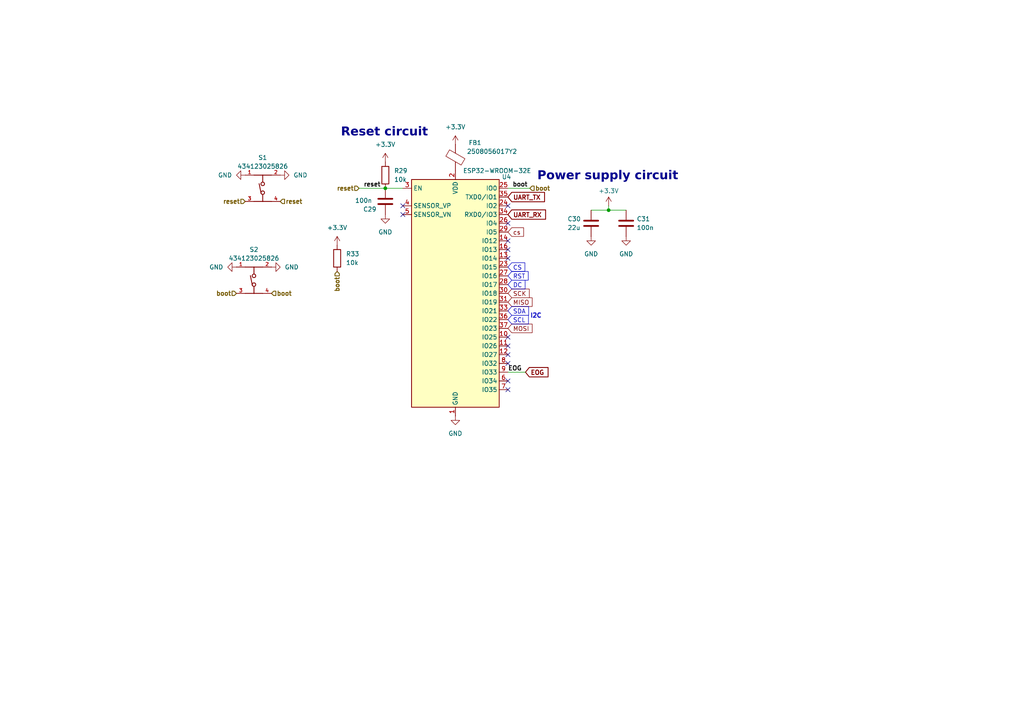
<source format=kicad_sch>
(kicad_sch
	(version 20231120)
	(generator "eeschema")
	(generator_version "8.0")
	(uuid "04ccfeea-cd00-45d1-8383-4306c87e1a8e")
	(paper "A4")
	(lib_symbols
		(symbol "434123025826:434123025826"
			(pin_names
				(offset 1.016)
			)
			(exclude_from_sim no)
			(in_bom yes)
			(on_board yes)
			(property "Reference" "S"
				(at 0 5.842 0)
				(effects
					(font
						(size 1.27 1.27)
					)
					(justify bottom)
				)
			)
			(property "Value" "434123025826"
				(at 0 0 0)
				(effects
					(font
						(size 1.27 1.27)
					)
					(justify bottom)
					(hide yes)
				)
			)
			(property "Footprint" "434123025826:434123025826"
				(at 0 0 0)
				(effects
					(font
						(size 1.27 1.27)
					)
					(justify bottom)
					(hide yes)
				)
			)
			(property "Datasheet" ""
				(at 0 0 0)
				(effects
					(font
						(size 1.27 1.27)
					)
					(hide yes)
				)
			)
			(property "Description" ""
				(at 0 0 0)
				(effects
					(font
						(size 1.27 1.27)
					)
					(hide yes)
				)
			)
			(property "MF" "Würth Elektronik"
				(at 0 0 0)
				(effects
					(font
						(size 1.27 1.27)
					)
					(justify bottom)
					(hide yes)
				)
			)
			(property "Description_1" "\n                        \n                            Tactile Switch SPST-NO Top Actuated Surface Mount\n                        \n"
				(at 0 0 0)
				(effects
					(font
						(size 1.27 1.27)
					)
					(justify bottom)
					(hide yes)
				)
			)
			(property "Package" "None"
				(at 0 0 0)
				(effects
					(font
						(size 1.27 1.27)
					)
					(justify bottom)
					(hide yes)
				)
			)
			(property "Price" "None"
				(at 0 0 0)
				(effects
					(font
						(size 1.27 1.27)
					)
					(justify bottom)
					(hide yes)
				)
			)
			(property "HEIGHT" "2.5mm"
				(at 0 0 0)
				(effects
					(font
						(size 1.27 1.27)
					)
					(justify bottom)
					(hide yes)
				)
			)
			(property "SnapEDA_Link" "https://www.snapeda.com/parts/434123025826/W%25C3%25BCrth+Elektronik+Midcom/view-part/?ref=snap"
				(at 0 0 0)
				(effects
					(font
						(size 1.27 1.27)
					)
					(justify bottom)
					(hide yes)
				)
			)
			(property "DATASHEET-URL" "https://www.we-online.com/redexpert/spec/434123025826?ae"
				(at 0 0 0)
				(effects
					(font
						(size 1.27 1.27)
					)
					(justify bottom)
					(hide yes)
				)
			)
			(property "MP" "434123025826"
				(at 0 0 0)
				(effects
					(font
						(size 1.27 1.27)
					)
					(justify bottom)
					(hide yes)
				)
			)
			(property "PART-NUMBER" "434123025826"
				(at 0 0 0)
				(effects
					(font
						(size 1.27 1.27)
					)
					(justify bottom)
					(hide yes)
				)
			)
			(property "OPERATION-FORCE" "260g"
				(at 0 0 0)
				(effects
					(font
						(size 1.27 1.27)
					)
					(justify bottom)
					(hide yes)
				)
			)
			(property "QTY" "2900"
				(at 0 0 0)
				(effects
					(font
						(size 1.27 1.27)
					)
					(justify bottom)
					(hide yes)
				)
			)
			(property "Availability" "In Stock"
				(at 0 0 0)
				(effects
					(font
						(size 1.27 1.27)
					)
					(justify bottom)
					(hide yes)
				)
			)
			(property "Check_prices" "https://www.snapeda.com/parts/434123025826/W%25C3%25BCrth+Elektronik+Midcom/view-part/?ref=eda"
				(at 0 0 0)
				(effects
					(font
						(size 1.27 1.27)
					)
					(justify bottom)
					(hide yes)
				)
			)
			(symbol "434123025826_0_0"
				(polyline
					(pts
						(xy -2.54 -2.54) (xy 0 -2.54)
					)
					(stroke
						(width 0.254)
						(type default)
					)
					(fill
						(type none)
					)
				)
				(polyline
					(pts
						(xy -2.54 5.08) (xy 0 5.08)
					)
					(stroke
						(width 0.254)
						(type default)
					)
					(fill
						(type none)
					)
				)
				(polyline
					(pts
						(xy -0.47 -0.2) (xy -1.04 2.61)
					)
					(stroke
						(width 0.254)
						(type default)
					)
					(fill
						(type none)
					)
				)
				(polyline
					(pts
						(xy 0 -2.54) (xy 2.54 -2.54)
					)
					(stroke
						(width 0.254)
						(type default)
					)
					(fill
						(type none)
					)
				)
				(polyline
					(pts
						(xy 0 -0.535) (xy 0 -2.54)
					)
					(stroke
						(width 0.254)
						(type default)
					)
					(fill
						(type none)
					)
				)
				(polyline
					(pts
						(xy 0 3.075) (xy 0 5.08)
					)
					(stroke
						(width 0.254)
						(type default)
					)
					(fill
						(type none)
					)
				)
				(polyline
					(pts
						(xy 0 5.08) (xy 2.54 5.08)
					)
					(stroke
						(width 0.254)
						(type default)
					)
					(fill
						(type none)
					)
				)
				(circle
					(center 0 0)
					(radius 0.508)
					(stroke
						(width 0.254)
						(type default)
					)
					(fill
						(type none)
					)
				)
				(circle
					(center 0 2.54)
					(radius 0.508)
					(stroke
						(width 0.254)
						(type default)
					)
					(fill
						(type none)
					)
				)
				(pin passive line
					(at -5.08 5.08 0)
					(length 2.54)
					(name "~"
						(effects
							(font
								(size 1.016 1.016)
							)
						)
					)
					(number "1"
						(effects
							(font
								(size 1.016 1.016)
							)
						)
					)
				)
				(pin passive line
					(at 5.08 5.08 180)
					(length 2.54)
					(name "~"
						(effects
							(font
								(size 1.016 1.016)
							)
						)
					)
					(number "2"
						(effects
							(font
								(size 1.016 1.016)
							)
						)
					)
				)
				(pin passive line
					(at -5.08 -2.54 0)
					(length 2.54)
					(name "~"
						(effects
							(font
								(size 1.016 1.016)
							)
						)
					)
					(number "3"
						(effects
							(font
								(size 1.016 1.016)
							)
						)
					)
				)
				(pin passive line
					(at 5.08 -2.54 180)
					(length 2.54)
					(name "~"
						(effects
							(font
								(size 1.016 1.016)
							)
						)
					)
					(number "4"
						(effects
							(font
								(size 1.016 1.016)
							)
						)
					)
				)
			)
		)
		(symbol "Device:C"
			(pin_numbers hide)
			(pin_names
				(offset 0.254)
			)
			(exclude_from_sim no)
			(in_bom yes)
			(on_board yes)
			(property "Reference" "C"
				(at 0.635 2.54 0)
				(effects
					(font
						(size 1.27 1.27)
					)
					(justify left)
				)
			)
			(property "Value" "C"
				(at 0.635 -2.54 0)
				(effects
					(font
						(size 1.27 1.27)
					)
					(justify left)
				)
			)
			(property "Footprint" ""
				(at 0.9652 -3.81 0)
				(effects
					(font
						(size 1.27 1.27)
					)
					(hide yes)
				)
			)
			(property "Datasheet" "~"
				(at 0 0 0)
				(effects
					(font
						(size 1.27 1.27)
					)
					(hide yes)
				)
			)
			(property "Description" "Unpolarized capacitor"
				(at 0 0 0)
				(effects
					(font
						(size 1.27 1.27)
					)
					(hide yes)
				)
			)
			(property "ki_keywords" "cap capacitor"
				(at 0 0 0)
				(effects
					(font
						(size 1.27 1.27)
					)
					(hide yes)
				)
			)
			(property "ki_fp_filters" "C_*"
				(at 0 0 0)
				(effects
					(font
						(size 1.27 1.27)
					)
					(hide yes)
				)
			)
			(symbol "C_0_1"
				(polyline
					(pts
						(xy -2.032 -0.762) (xy 2.032 -0.762)
					)
					(stroke
						(width 0.508)
						(type default)
					)
					(fill
						(type none)
					)
				)
				(polyline
					(pts
						(xy -2.032 0.762) (xy 2.032 0.762)
					)
					(stroke
						(width 0.508)
						(type default)
					)
					(fill
						(type none)
					)
				)
			)
			(symbol "C_1_1"
				(pin passive line
					(at 0 3.81 270)
					(length 2.794)
					(name "~"
						(effects
							(font
								(size 1.27 1.27)
							)
						)
					)
					(number "1"
						(effects
							(font
								(size 1.27 1.27)
							)
						)
					)
				)
				(pin passive line
					(at 0 -3.81 90)
					(length 2.794)
					(name "~"
						(effects
							(font
								(size 1.27 1.27)
							)
						)
					)
					(number "2"
						(effects
							(font
								(size 1.27 1.27)
							)
						)
					)
				)
			)
		)
		(symbol "Device:FerriteBead"
			(pin_numbers hide)
			(pin_names
				(offset 0)
			)
			(exclude_from_sim no)
			(in_bom yes)
			(on_board yes)
			(property "Reference" "FB"
				(at -3.81 0.635 90)
				(effects
					(font
						(size 1.27 1.27)
					)
				)
			)
			(property "Value" "FerriteBead"
				(at 3.81 0 90)
				(effects
					(font
						(size 1.27 1.27)
					)
				)
			)
			(property "Footprint" ""
				(at -1.778 0 90)
				(effects
					(font
						(size 1.27 1.27)
					)
					(hide yes)
				)
			)
			(property "Datasheet" "~"
				(at 0 0 0)
				(effects
					(font
						(size 1.27 1.27)
					)
					(hide yes)
				)
			)
			(property "Description" "Ferrite bead"
				(at 0 0 0)
				(effects
					(font
						(size 1.27 1.27)
					)
					(hide yes)
				)
			)
			(property "ki_keywords" "L ferrite bead inductor filter"
				(at 0 0 0)
				(effects
					(font
						(size 1.27 1.27)
					)
					(hide yes)
				)
			)
			(property "ki_fp_filters" "Inductor_* L_* *Ferrite*"
				(at 0 0 0)
				(effects
					(font
						(size 1.27 1.27)
					)
					(hide yes)
				)
			)
			(symbol "FerriteBead_0_1"
				(polyline
					(pts
						(xy 0 -1.27) (xy 0 -1.2192)
					)
					(stroke
						(width 0)
						(type default)
					)
					(fill
						(type none)
					)
				)
				(polyline
					(pts
						(xy 0 1.27) (xy 0 1.2954)
					)
					(stroke
						(width 0)
						(type default)
					)
					(fill
						(type none)
					)
				)
				(polyline
					(pts
						(xy -2.7686 0.4064) (xy -1.7018 2.2606) (xy 2.7686 -0.3048) (xy 1.6764 -2.159) (xy -2.7686 0.4064)
					)
					(stroke
						(width 0)
						(type default)
					)
					(fill
						(type none)
					)
				)
			)
			(symbol "FerriteBead_1_1"
				(pin passive line
					(at 0 3.81 270)
					(length 2.54)
					(name "~"
						(effects
							(font
								(size 1.27 1.27)
							)
						)
					)
					(number "1"
						(effects
							(font
								(size 1.27 1.27)
							)
						)
					)
				)
				(pin passive line
					(at 0 -3.81 90)
					(length 2.54)
					(name "~"
						(effects
							(font
								(size 1.27 1.27)
							)
						)
					)
					(number "2"
						(effects
							(font
								(size 1.27 1.27)
							)
						)
					)
				)
			)
		)
		(symbol "Device:R"
			(pin_numbers hide)
			(pin_names
				(offset 0)
			)
			(exclude_from_sim no)
			(in_bom yes)
			(on_board yes)
			(property "Reference" "R"
				(at 2.032 0 90)
				(effects
					(font
						(size 1.27 1.27)
					)
				)
			)
			(property "Value" "R"
				(at 0 0 90)
				(effects
					(font
						(size 1.27 1.27)
					)
				)
			)
			(property "Footprint" ""
				(at -1.778 0 90)
				(effects
					(font
						(size 1.27 1.27)
					)
					(hide yes)
				)
			)
			(property "Datasheet" "~"
				(at 0 0 0)
				(effects
					(font
						(size 1.27 1.27)
					)
					(hide yes)
				)
			)
			(property "Description" "Resistor"
				(at 0 0 0)
				(effects
					(font
						(size 1.27 1.27)
					)
					(hide yes)
				)
			)
			(property "ki_keywords" "R res resistor"
				(at 0 0 0)
				(effects
					(font
						(size 1.27 1.27)
					)
					(hide yes)
				)
			)
			(property "ki_fp_filters" "R_*"
				(at 0 0 0)
				(effects
					(font
						(size 1.27 1.27)
					)
					(hide yes)
				)
			)
			(symbol "R_0_1"
				(rectangle
					(start -1.016 -2.54)
					(end 1.016 2.54)
					(stroke
						(width 0.254)
						(type default)
					)
					(fill
						(type none)
					)
				)
			)
			(symbol "R_1_1"
				(pin passive line
					(at 0 3.81 270)
					(length 1.27)
					(name "~"
						(effects
							(font
								(size 1.27 1.27)
							)
						)
					)
					(number "1"
						(effects
							(font
								(size 1.27 1.27)
							)
						)
					)
				)
				(pin passive line
					(at 0 -3.81 90)
					(length 1.27)
					(name "~"
						(effects
							(font
								(size 1.27 1.27)
							)
						)
					)
					(number "2"
						(effects
							(font
								(size 1.27 1.27)
							)
						)
					)
				)
			)
		)
		(symbol "RF_Module:ESP32-WROOM-32E"
			(exclude_from_sim no)
			(in_bom yes)
			(on_board yes)
			(property "Reference" "U"
				(at -12.7 34.29 0)
				(effects
					(font
						(size 1.27 1.27)
					)
					(justify left)
				)
			)
			(property "Value" "ESP32-WROOM-32E"
				(at 1.27 34.29 0)
				(effects
					(font
						(size 1.27 1.27)
					)
					(justify left)
				)
			)
			(property "Footprint" "RF_Module:ESP32-WROOM-32D"
				(at 16.51 -34.29 0)
				(effects
					(font
						(size 1.27 1.27)
					)
					(hide yes)
				)
			)
			(property "Datasheet" "https://www.espressif.com/sites/default/files/documentation/esp32-wroom-32e_esp32-wroom-32ue_datasheet_en.pdf"
				(at 0 0 0)
				(effects
					(font
						(size 1.27 1.27)
					)
					(hide yes)
				)
			)
			(property "Description" "RF Module, ESP32-D0WD-V3 SoC, without PSRAM, Wi-Fi 802.11b/g/n, Bluetooth, BLE, 32-bit, 2.7-3.6V, onboard antenna, SMD"
				(at 0 0 0)
				(effects
					(font
						(size 1.27 1.27)
					)
					(hide yes)
				)
			)
			(property "ki_keywords" "RF Radio BT ESP ESP32 Espressif onboard PCB antenna"
				(at 0 0 0)
				(effects
					(font
						(size 1.27 1.27)
					)
					(hide yes)
				)
			)
			(property "ki_fp_filters" "ESP32?WROOM?32D*"
				(at 0 0 0)
				(effects
					(font
						(size 1.27 1.27)
					)
					(hide yes)
				)
			)
			(symbol "ESP32-WROOM-32E_0_1"
				(rectangle
					(start -12.7 33.02)
					(end 12.7 -33.02)
					(stroke
						(width 0.254)
						(type default)
					)
					(fill
						(type background)
					)
				)
			)
			(symbol "ESP32-WROOM-32E_1_1"
				(pin power_in line
					(at 0 -35.56 90)
					(length 2.54)
					(name "GND"
						(effects
							(font
								(size 1.27 1.27)
							)
						)
					)
					(number "1"
						(effects
							(font
								(size 1.27 1.27)
							)
						)
					)
				)
				(pin bidirectional line
					(at 15.24 -12.7 180)
					(length 2.54)
					(name "IO25"
						(effects
							(font
								(size 1.27 1.27)
							)
						)
					)
					(number "10"
						(effects
							(font
								(size 1.27 1.27)
							)
						)
					)
				)
				(pin bidirectional line
					(at 15.24 -15.24 180)
					(length 2.54)
					(name "IO26"
						(effects
							(font
								(size 1.27 1.27)
							)
						)
					)
					(number "11"
						(effects
							(font
								(size 1.27 1.27)
							)
						)
					)
				)
				(pin bidirectional line
					(at 15.24 -17.78 180)
					(length 2.54)
					(name "IO27"
						(effects
							(font
								(size 1.27 1.27)
							)
						)
					)
					(number "12"
						(effects
							(font
								(size 1.27 1.27)
							)
						)
					)
				)
				(pin bidirectional line
					(at 15.24 10.16 180)
					(length 2.54)
					(name "IO14"
						(effects
							(font
								(size 1.27 1.27)
							)
						)
					)
					(number "13"
						(effects
							(font
								(size 1.27 1.27)
							)
						)
					)
				)
				(pin bidirectional line
					(at 15.24 15.24 180)
					(length 2.54)
					(name "IO12"
						(effects
							(font
								(size 1.27 1.27)
							)
						)
					)
					(number "14"
						(effects
							(font
								(size 1.27 1.27)
							)
						)
					)
				)
				(pin passive line
					(at 0 -35.56 90)
					(length 2.54) hide
					(name "GND"
						(effects
							(font
								(size 1.27 1.27)
							)
						)
					)
					(number "15"
						(effects
							(font
								(size 1.27 1.27)
							)
						)
					)
				)
				(pin bidirectional line
					(at 15.24 12.7 180)
					(length 2.54)
					(name "IO13"
						(effects
							(font
								(size 1.27 1.27)
							)
						)
					)
					(number "16"
						(effects
							(font
								(size 1.27 1.27)
							)
						)
					)
				)
				(pin no_connect line
					(at -12.7 -5.08 0)
					(length 2.54) hide
					(name "NC"
						(effects
							(font
								(size 1.27 1.27)
							)
						)
					)
					(number "17"
						(effects
							(font
								(size 1.27 1.27)
							)
						)
					)
				)
				(pin no_connect line
					(at -12.7 -7.62 0)
					(length 2.54) hide
					(name "NC"
						(effects
							(font
								(size 1.27 1.27)
							)
						)
					)
					(number "18"
						(effects
							(font
								(size 1.27 1.27)
							)
						)
					)
				)
				(pin no_connect line
					(at -12.7 -12.7 0)
					(length 2.54) hide
					(name "NC"
						(effects
							(font
								(size 1.27 1.27)
							)
						)
					)
					(number "19"
						(effects
							(font
								(size 1.27 1.27)
							)
						)
					)
				)
				(pin power_in line
					(at 0 35.56 270)
					(length 2.54)
					(name "VDD"
						(effects
							(font
								(size 1.27 1.27)
							)
						)
					)
					(number "2"
						(effects
							(font
								(size 1.27 1.27)
							)
						)
					)
				)
				(pin no_connect line
					(at -12.7 -10.16 0)
					(length 2.54) hide
					(name "NC"
						(effects
							(font
								(size 1.27 1.27)
							)
						)
					)
					(number "20"
						(effects
							(font
								(size 1.27 1.27)
							)
						)
					)
				)
				(pin no_connect line
					(at -12.7 0 0)
					(length 2.54) hide
					(name "NC"
						(effects
							(font
								(size 1.27 1.27)
							)
						)
					)
					(number "21"
						(effects
							(font
								(size 1.27 1.27)
							)
						)
					)
				)
				(pin no_connect line
					(at -12.7 -2.54 0)
					(length 2.54) hide
					(name "NC"
						(effects
							(font
								(size 1.27 1.27)
							)
						)
					)
					(number "22"
						(effects
							(font
								(size 1.27 1.27)
							)
						)
					)
				)
				(pin bidirectional line
					(at 15.24 7.62 180)
					(length 2.54)
					(name "IO15"
						(effects
							(font
								(size 1.27 1.27)
							)
						)
					)
					(number "23"
						(effects
							(font
								(size 1.27 1.27)
							)
						)
					)
				)
				(pin bidirectional line
					(at 15.24 25.4 180)
					(length 2.54)
					(name "IO2"
						(effects
							(font
								(size 1.27 1.27)
							)
						)
					)
					(number "24"
						(effects
							(font
								(size 1.27 1.27)
							)
						)
					)
				)
				(pin bidirectional line
					(at 15.24 30.48 180)
					(length 2.54)
					(name "IO0"
						(effects
							(font
								(size 1.27 1.27)
							)
						)
					)
					(number "25"
						(effects
							(font
								(size 1.27 1.27)
							)
						)
					)
				)
				(pin bidirectional line
					(at 15.24 20.32 180)
					(length 2.54)
					(name "IO4"
						(effects
							(font
								(size 1.27 1.27)
							)
						)
					)
					(number "26"
						(effects
							(font
								(size 1.27 1.27)
							)
						)
					)
				)
				(pin bidirectional line
					(at 15.24 5.08 180)
					(length 2.54)
					(name "IO16"
						(effects
							(font
								(size 1.27 1.27)
							)
						)
					)
					(number "27"
						(effects
							(font
								(size 1.27 1.27)
							)
						)
					)
				)
				(pin bidirectional line
					(at 15.24 2.54 180)
					(length 2.54)
					(name "IO17"
						(effects
							(font
								(size 1.27 1.27)
							)
						)
					)
					(number "28"
						(effects
							(font
								(size 1.27 1.27)
							)
						)
					)
				)
				(pin bidirectional line
					(at 15.24 17.78 180)
					(length 2.54)
					(name "IO5"
						(effects
							(font
								(size 1.27 1.27)
							)
						)
					)
					(number "29"
						(effects
							(font
								(size 1.27 1.27)
							)
						)
					)
				)
				(pin input line
					(at -15.24 30.48 0)
					(length 2.54)
					(name "EN"
						(effects
							(font
								(size 1.27 1.27)
							)
						)
					)
					(number "3"
						(effects
							(font
								(size 1.27 1.27)
							)
						)
					)
				)
				(pin bidirectional line
					(at 15.24 0 180)
					(length 2.54)
					(name "IO18"
						(effects
							(font
								(size 1.27 1.27)
							)
						)
					)
					(number "30"
						(effects
							(font
								(size 1.27 1.27)
							)
						)
					)
				)
				(pin bidirectional line
					(at 15.24 -2.54 180)
					(length 2.54)
					(name "IO19"
						(effects
							(font
								(size 1.27 1.27)
							)
						)
					)
					(number "31"
						(effects
							(font
								(size 1.27 1.27)
							)
						)
					)
				)
				(pin no_connect line
					(at -12.7 -27.94 0)
					(length 2.54) hide
					(name "NC"
						(effects
							(font
								(size 1.27 1.27)
							)
						)
					)
					(number "32"
						(effects
							(font
								(size 1.27 1.27)
							)
						)
					)
				)
				(pin bidirectional line
					(at 15.24 -5.08 180)
					(length 2.54)
					(name "IO21"
						(effects
							(font
								(size 1.27 1.27)
							)
						)
					)
					(number "33"
						(effects
							(font
								(size 1.27 1.27)
							)
						)
					)
				)
				(pin bidirectional line
					(at 15.24 22.86 180)
					(length 2.54)
					(name "RXD0/IO3"
						(effects
							(font
								(size 1.27 1.27)
							)
						)
					)
					(number "34"
						(effects
							(font
								(size 1.27 1.27)
							)
						)
					)
				)
				(pin bidirectional line
					(at 15.24 27.94 180)
					(length 2.54)
					(name "TXD0/IO1"
						(effects
							(font
								(size 1.27 1.27)
							)
						)
					)
					(number "35"
						(effects
							(font
								(size 1.27 1.27)
							)
						)
					)
				)
				(pin bidirectional line
					(at 15.24 -7.62 180)
					(length 2.54)
					(name "IO22"
						(effects
							(font
								(size 1.27 1.27)
							)
						)
					)
					(number "36"
						(effects
							(font
								(size 1.27 1.27)
							)
						)
					)
				)
				(pin bidirectional line
					(at 15.24 -10.16 180)
					(length 2.54)
					(name "IO23"
						(effects
							(font
								(size 1.27 1.27)
							)
						)
					)
					(number "37"
						(effects
							(font
								(size 1.27 1.27)
							)
						)
					)
				)
				(pin passive line
					(at 0 -35.56 90)
					(length 2.54) hide
					(name "GND"
						(effects
							(font
								(size 1.27 1.27)
							)
						)
					)
					(number "38"
						(effects
							(font
								(size 1.27 1.27)
							)
						)
					)
				)
				(pin passive line
					(at 0 -35.56 90)
					(length 2.54) hide
					(name "GND"
						(effects
							(font
								(size 1.27 1.27)
							)
						)
					)
					(number "39"
						(effects
							(font
								(size 1.27 1.27)
							)
						)
					)
				)
				(pin input line
					(at -15.24 25.4 0)
					(length 2.54)
					(name "SENSOR_VP"
						(effects
							(font
								(size 1.27 1.27)
							)
						)
					)
					(number "4"
						(effects
							(font
								(size 1.27 1.27)
							)
						)
					)
				)
				(pin input line
					(at -15.24 22.86 0)
					(length 2.54)
					(name "SENSOR_VN"
						(effects
							(font
								(size 1.27 1.27)
							)
						)
					)
					(number "5"
						(effects
							(font
								(size 1.27 1.27)
							)
						)
					)
				)
				(pin input line
					(at 15.24 -25.4 180)
					(length 2.54)
					(name "IO34"
						(effects
							(font
								(size 1.27 1.27)
							)
						)
					)
					(number "6"
						(effects
							(font
								(size 1.27 1.27)
							)
						)
					)
				)
				(pin input line
					(at 15.24 -27.94 180)
					(length 2.54)
					(name "IO35"
						(effects
							(font
								(size 1.27 1.27)
							)
						)
					)
					(number "7"
						(effects
							(font
								(size 1.27 1.27)
							)
						)
					)
				)
				(pin bidirectional line
					(at 15.24 -20.32 180)
					(length 2.54)
					(name "IO32"
						(effects
							(font
								(size 1.27 1.27)
							)
						)
					)
					(number "8"
						(effects
							(font
								(size 1.27 1.27)
							)
						)
					)
				)
				(pin bidirectional line
					(at 15.24 -22.86 180)
					(length 2.54)
					(name "IO33"
						(effects
							(font
								(size 1.27 1.27)
							)
						)
					)
					(number "9"
						(effects
							(font
								(size 1.27 1.27)
							)
						)
					)
				)
			)
		)
		(symbol "power:+3.3V"
			(power)
			(pin_numbers hide)
			(pin_names
				(offset 0) hide)
			(exclude_from_sim no)
			(in_bom yes)
			(on_board yes)
			(property "Reference" "#PWR"
				(at 0 -3.81 0)
				(effects
					(font
						(size 1.27 1.27)
					)
					(hide yes)
				)
			)
			(property "Value" "+3.3V"
				(at 0 3.556 0)
				(effects
					(font
						(size 1.27 1.27)
					)
				)
			)
			(property "Footprint" ""
				(at 0 0 0)
				(effects
					(font
						(size 1.27 1.27)
					)
					(hide yes)
				)
			)
			(property "Datasheet" ""
				(at 0 0 0)
				(effects
					(font
						(size 1.27 1.27)
					)
					(hide yes)
				)
			)
			(property "Description" "Power symbol creates a global label with name \"+3.3V\""
				(at 0 0 0)
				(effects
					(font
						(size 1.27 1.27)
					)
					(hide yes)
				)
			)
			(property "ki_keywords" "global power"
				(at 0 0 0)
				(effects
					(font
						(size 1.27 1.27)
					)
					(hide yes)
				)
			)
			(symbol "+3.3V_0_1"
				(polyline
					(pts
						(xy -0.762 1.27) (xy 0 2.54)
					)
					(stroke
						(width 0)
						(type default)
					)
					(fill
						(type none)
					)
				)
				(polyline
					(pts
						(xy 0 0) (xy 0 2.54)
					)
					(stroke
						(width 0)
						(type default)
					)
					(fill
						(type none)
					)
				)
				(polyline
					(pts
						(xy 0 2.54) (xy 0.762 1.27)
					)
					(stroke
						(width 0)
						(type default)
					)
					(fill
						(type none)
					)
				)
			)
			(symbol "+3.3V_1_1"
				(pin power_in line
					(at 0 0 90)
					(length 0)
					(name "~"
						(effects
							(font
								(size 1.27 1.27)
							)
						)
					)
					(number "1"
						(effects
							(font
								(size 1.27 1.27)
							)
						)
					)
				)
			)
		)
		(symbol "power:GND"
			(power)
			(pin_numbers hide)
			(pin_names
				(offset 0) hide)
			(exclude_from_sim no)
			(in_bom yes)
			(on_board yes)
			(property "Reference" "#PWR"
				(at 0 -6.35 0)
				(effects
					(font
						(size 1.27 1.27)
					)
					(hide yes)
				)
			)
			(property "Value" "GND"
				(at 0 -3.81 0)
				(effects
					(font
						(size 1.27 1.27)
					)
				)
			)
			(property "Footprint" ""
				(at 0 0 0)
				(effects
					(font
						(size 1.27 1.27)
					)
					(hide yes)
				)
			)
			(property "Datasheet" ""
				(at 0 0 0)
				(effects
					(font
						(size 1.27 1.27)
					)
					(hide yes)
				)
			)
			(property "Description" "Power symbol creates a global label with name \"GND\" , ground"
				(at 0 0 0)
				(effects
					(font
						(size 1.27 1.27)
					)
					(hide yes)
				)
			)
			(property "ki_keywords" "global power"
				(at 0 0 0)
				(effects
					(font
						(size 1.27 1.27)
					)
					(hide yes)
				)
			)
			(symbol "GND_0_1"
				(polyline
					(pts
						(xy 0 0) (xy 0 -1.27) (xy 1.27 -1.27) (xy 0 -2.54) (xy -1.27 -1.27) (xy 0 -1.27)
					)
					(stroke
						(width 0)
						(type default)
					)
					(fill
						(type none)
					)
				)
			)
			(symbol "GND_1_1"
				(pin power_in line
					(at 0 0 270)
					(length 0)
					(name "~"
						(effects
							(font
								(size 1.27 1.27)
							)
						)
					)
					(number "1"
						(effects
							(font
								(size 1.27 1.27)
							)
						)
					)
				)
			)
		)
	)
	(junction
		(at 176.53 60.96)
		(diameter 0)
		(color 0 0 0 0)
		(uuid "4e46762e-961f-4aba-8336-9f6d901ed32c")
	)
	(junction
		(at 111.76 54.61)
		(diameter 0)
		(color 0 0 0 0)
		(uuid "f921fa54-2104-4382-9018-bb509523e565")
	)
	(no_connect
		(at 147.32 72.39)
		(uuid "07598619-4f89-47f8-b369-5f5275f3a825")
	)
	(no_connect
		(at 147.32 97.79)
		(uuid "0e633a36-4b50-4c1b-820f-3996a94106cc")
	)
	(no_connect
		(at 147.32 100.33)
		(uuid "2344f670-d1f4-4153-bbdc-d07ed9dedf6c")
	)
	(no_connect
		(at 147.32 69.85)
		(uuid "6837f693-00ef-44d0-9a0d-ebfc8f4bcf93")
	)
	(no_connect
		(at 147.32 105.41)
		(uuid "6fa65042-0a0d-4e0c-8c72-a325b92ae62e")
	)
	(no_connect
		(at 147.32 59.69)
		(uuid "835195f5-208b-4fab-b744-66ec30d3ba29")
	)
	(no_connect
		(at 116.84 59.69)
		(uuid "9aa0fb2a-cfdb-4970-be3b-2d32b621bed0")
	)
	(no_connect
		(at 147.32 64.77)
		(uuid "a38143ff-a1b4-4389-bdcd-62413dfc9d8e")
	)
	(no_connect
		(at 147.32 113.03)
		(uuid "a726a4c1-60ad-4567-8359-b4ce62165816")
	)
	(no_connect
		(at 147.32 102.87)
		(uuid "be4ca9c7-f4b5-4aef-bc87-8f07d1fd5343")
	)
	(no_connect
		(at 147.32 110.49)
		(uuid "cb490c50-a57a-4635-8e36-f3ad58e60bd3")
	)
	(no_connect
		(at 147.32 74.93)
		(uuid "fba35e4e-0afe-4a0e-bc55-40efd406cff8")
	)
	(no_connect
		(at 116.84 62.23)
		(uuid "fc36d65b-2512-4abe-9c89-01566ff2b711")
	)
	(wire
		(pts
			(xy 111.76 54.61) (xy 116.84 54.61)
		)
		(stroke
			(width 0)
			(type default)
		)
		(uuid "3568eb5e-107e-417c-a894-cd7d1138e46d")
	)
	(wire
		(pts
			(xy 104.14 54.61) (xy 111.76 54.61)
		)
		(stroke
			(width 0)
			(type default)
		)
		(uuid "476a202a-d4ae-4e1b-a54a-5edf4e05089f")
	)
	(wire
		(pts
			(xy 171.45 60.96) (xy 176.53 60.96)
		)
		(stroke
			(width 0)
			(type default)
		)
		(uuid "71b1cd38-6421-453d-b1c0-6959d4573534")
	)
	(wire
		(pts
			(xy 147.32 107.95) (xy 152.4 107.95)
		)
		(stroke
			(width 0)
			(type default)
		)
		(uuid "8ea1b4d8-5bf6-4324-93ed-976fc5e1033c")
	)
	(wire
		(pts
			(xy 176.53 59.69) (xy 176.53 60.96)
		)
		(stroke
			(width 0)
			(type default)
		)
		(uuid "95e475b9-77ab-4c31-b4ce-b9d592ef8885")
	)
	(wire
		(pts
			(xy 153.67 54.61) (xy 147.32 54.61)
		)
		(stroke
			(width 0)
			(type default)
		)
		(uuid "9a7811c8-b1df-46d9-894a-add9514860b8")
	)
	(wire
		(pts
			(xy 176.53 60.96) (xy 181.61 60.96)
		)
		(stroke
			(width 0)
			(type default)
		)
		(uuid "ef23017d-190e-43a4-ac6a-d12ee82204ff")
	)
	(text "Reset circuit"
		(exclude_from_sim no)
		(at 111.506 39.116 0)
		(effects
			(font
				(face "Andalus")
				(size 2.54 2.54)
				(thickness 0.254)
				(bold yes)
				(color 0 0 132 1)
			)
		)
		(uuid "8acc791a-b906-4faa-921c-1be0282beff9")
	)
	(text "Power supply circuit"
		(exclude_from_sim no)
		(at 176.276 51.816 0)
		(effects
			(font
				(face "Andalus")
				(size 2.54 2.54)
				(thickness 0.254)
				(bold yes)
				(color 0 0 132 1)
			)
		)
		(uuid "a49cc320-4866-4850-8c88-17298bcf97bb")
	)
	(text "I2C"
		(exclude_from_sim no)
		(at 155.448 91.694 0)
		(effects
			(font
				(size 1.27 1.27)
				(thickness 0.254)
				(bold yes)
			)
		)
		(uuid "c500feeb-11c6-4e6f-a3ab-46ac97853306")
	)
	(label "reset"
		(at 105.41 54.61 0)
		(fields_autoplaced yes)
		(effects
			(font
				(size 1.27 1.27)
				(thickness 0.254)
				(bold yes)
			)
			(justify left bottom)
		)
		(uuid "80b80504-9870-4f7d-bde8-a80872ff1e3b")
	)
	(label "EOG"
		(at 147.32 107.95 0)
		(fields_autoplaced yes)
		(effects
			(font
				(size 1.27 1.27)
				(thickness 0.254)
				(bold yes)
			)
			(justify left bottom)
		)
		(uuid "a7fdcd54-a5c2-4caa-9c0d-0fecb8185a7c")
	)
	(label "boot"
		(at 148.59 54.61 0)
		(fields_autoplaced yes)
		(effects
			(font
				(size 1.27 1.27)
				(thickness 0.254)
				(bold yes)
			)
			(justify left bottom)
		)
		(uuid "abefa696-341b-46d9-b07c-5699194d5f64")
	)
	(global_label "SCL"
		(shape input)
		(at 147.32 92.71 0)
		(fields_autoplaced yes)
		(effects
			(font
				(size 1.27 1.27)
				(color 0 0 194 1)
			)
			(justify left)
		)
		(uuid "3ed8592d-7375-4bb1-9ec7-35171aab5a1d")
		(property "Intersheetrefs" "${INTERSHEET_REFS}"
			(at 153.8128 92.71 0)
			(effects
				(font
					(size 1.27 1.27)
				)
				(justify left)
				(hide yes)
			)
		)
	)
	(global_label "SDA"
		(shape input)
		(at 147.32 90.17 0)
		(fields_autoplaced yes)
		(effects
			(font
				(size 1.27 1.27)
				(color 0 0 194 1)
			)
			(justify left)
		)
		(uuid "4fb6321e-b686-4102-b22d-403c0cb518ae")
		(property "Intersheetrefs" "${INTERSHEET_REFS}"
			(at 153.8733 90.17 0)
			(effects
				(font
					(size 1.27 1.27)
				)
				(justify left)
				(hide yes)
			)
		)
	)
	(global_label "cs"
		(shape input)
		(at 147.32 67.31 0)
		(fields_autoplaced yes)
		(effects
			(font
				(size 1.27 1.27)
			)
			(justify left)
		)
		(uuid "60396d65-7677-4a76-9c30-bf4101d5ca9f")
		(property "Intersheetrefs" "${INTERSHEET_REFS}"
			(at 152.4219 67.31 0)
			(effects
				(font
					(size 1.27 1.27)
				)
				(justify left)
				(hide yes)
			)
		)
	)
	(global_label "RST"
		(shape input)
		(at 147.32 80.01 0)
		(fields_autoplaced yes)
		(effects
			(font
				(size 1.27 1.27)
				(color 0 0 194 1)
			)
			(justify left)
		)
		(uuid "742af678-f07f-4752-865a-806f182c41dd")
		(property "Intersheetrefs" "${INTERSHEET_REFS}"
			(at 153.7523 80.01 0)
			(effects
				(font
					(size 1.27 1.27)
				)
				(justify left)
				(hide yes)
			)
		)
	)
	(global_label "UART_RX"
		(shape input)
		(at 147.32 62.23 0)
		(fields_autoplaced yes)
		(effects
			(font
				(size 1.27 1.27)
				(thickness 0.254)
				(bold yes)
			)
			(justify left)
		)
		(uuid "80f713d9-14b8-4fde-8ab5-93808c092d7e")
		(property "Intersheetrefs" "${INTERSHEET_REFS}"
			(at 158.885 62.23 0)
			(effects
				(font
					(size 1.27 1.27)
				)
				(justify left)
				(hide yes)
			)
		)
	)
	(global_label "DC"
		(shape input)
		(at 147.32 82.55 0)
		(fields_autoplaced yes)
		(effects
			(font
				(size 1.27 1.27)
				(color 0 0 194 1)
			)
			(justify left)
		)
		(uuid "8db5ecf1-546e-4bfe-aedc-76b93b4daaa9")
		(property "Intersheetrefs" "${INTERSHEET_REFS}"
			(at 152.8452 82.55 0)
			(effects
				(font
					(size 1.27 1.27)
				)
				(justify left)
				(hide yes)
			)
		)
	)
	(global_label "UART_TX"
		(shape input)
		(at 147.32 57.15 0)
		(fields_autoplaced yes)
		(effects
			(font
				(size 1.27 1.27)
				(thickness 0.254)
				(bold yes)
			)
			(justify left)
		)
		(uuid "bf74ffea-7494-4304-a648-e32adecd5f35")
		(property "Intersheetrefs" "${INTERSHEET_REFS}"
			(at 158.5826 57.15 0)
			(effects
				(font
					(size 1.27 1.27)
				)
				(justify left)
				(hide yes)
			)
		)
	)
	(global_label "SCK"
		(shape input)
		(at 147.32 85.09 0)
		(fields_autoplaced yes)
		(effects
			(font
				(size 1.27 1.27)
			)
			(justify left)
		)
		(uuid "d4619bf0-1dbf-4211-9542-fa41f6ea3ee5")
		(property "Intersheetrefs" "${INTERSHEET_REFS}"
			(at 154.0547 85.09 0)
			(effects
				(font
					(size 1.27 1.27)
				)
				(justify left)
				(hide yes)
			)
		)
	)
	(global_label "CS"
		(shape input)
		(at 147.32 77.47 0)
		(fields_autoplaced yes)
		(effects
			(font
				(size 1.27 1.27)
				(color 0 0 194 1)
			)
			(justify left)
		)
		(uuid "d94ef112-f685-4c21-b851-67e41de4ae69")
		(property "Intersheetrefs" "${INTERSHEET_REFS}"
			(at 152.7847 77.47 0)
			(effects
				(font
					(size 1.27 1.27)
				)
				(justify left)
				(hide yes)
			)
		)
	)
	(global_label "MISO"
		(shape input)
		(at 147.32 87.63 0)
		(fields_autoplaced yes)
		(effects
			(font
				(size 1.27 1.27)
			)
			(justify left)
		)
		(uuid "de6d4955-f30f-495c-9592-3a6a29f0e4f4")
		(property "Intersheetrefs" "${INTERSHEET_REFS}"
			(at 154.9014 87.63 0)
			(effects
				(font
					(size 1.27 1.27)
				)
				(justify left)
				(hide yes)
			)
		)
	)
	(global_label "MOSI"
		(shape input)
		(at 147.32 95.25 0)
		(fields_autoplaced yes)
		(effects
			(font
				(size 1.27 1.27)
			)
			(justify left)
		)
		(uuid "ee4f57df-a2a4-4302-bf51-f9a86be9b3b9")
		(property "Intersheetrefs" "${INTERSHEET_REFS}"
			(at 154.9014 95.25 0)
			(effects
				(font
					(size 1.27 1.27)
				)
				(justify left)
				(hide yes)
			)
		)
	)
	(global_label "EOG"
		(shape input)
		(at 152.4 107.95 0)
		(fields_autoplaced yes)
		(effects
			(font
				(size 1.27 1.27)
				(thickness 0.254)
				(bold yes)
			)
			(justify left)
		)
		(uuid "f9b8eab3-9df6-4454-9e9f-ff35db697245")
		(property "Intersheetrefs" "${INTERSHEET_REFS}"
			(at 159.6107 107.95 0)
			(effects
				(font
					(size 1.27 1.27)
				)
				(justify left)
				(hide yes)
			)
		)
	)
	(hierarchical_label "reset"
		(shape input)
		(at 104.14 54.61 180)
		(fields_autoplaced yes)
		(effects
			(font
				(size 1.27 1.27)
				(thickness 0.254)
				(bold yes)
			)
			(justify right)
		)
		(uuid "3dbf5b0a-086b-47d0-92bf-ba6e9cb96e48")
	)
	(hierarchical_label "reset"
		(shape input)
		(at 81.28 58.42 0)
		(fields_autoplaced yes)
		(effects
			(font
				(size 1.27 1.27)
				(thickness 0.254)
				(bold yes)
			)
			(justify left)
		)
		(uuid "3dd5921e-a2b3-4f91-accb-92425650f26b")
	)
	(hierarchical_label "boot"
		(shape input)
		(at 78.74 85.09 0)
		(fields_autoplaced yes)
		(effects
			(font
				(size 1.27 1.27)
				(thickness 0.254)
				(bold yes)
			)
			(justify left)
		)
		(uuid "426239ef-795f-44f8-bb94-59aa9572e619")
	)
	(hierarchical_label "reset"
		(shape input)
		(at 71.12 58.42 180)
		(fields_autoplaced yes)
		(effects
			(font
				(size 1.27 1.27)
				(thickness 0.254)
				(bold yes)
			)
			(justify right)
		)
		(uuid "948e306d-59c9-4af2-9bd2-c5dde957eb81")
	)
	(hierarchical_label "boot"
		(shape input)
		(at 68.58 85.09 180)
		(fields_autoplaced yes)
		(effects
			(font
				(size 1.27 1.27)
				(thickness 0.254)
				(bold yes)
			)
			(justify right)
		)
		(uuid "d6b3d4ae-f17d-4c3b-9d79-f3c306e4f552")
	)
	(hierarchical_label "boot"
		(shape input)
		(at 97.79 78.74 270)
		(fields_autoplaced yes)
		(effects
			(font
				(size 1.27 1.27)
				(thickness 0.254)
				(bold yes)
			)
			(justify right)
		)
		(uuid "d9808b25-6fb9-4c06-bb8c-ea41684cd446")
	)
	(hierarchical_label "boot"
		(shape input)
		(at 153.67 54.61 0)
		(fields_autoplaced yes)
		(effects
			(font
				(size 1.27 1.27)
				(thickness 0.254)
				(bold yes)
			)
			(justify left)
		)
		(uuid "e6ef2572-afd9-47a2-8307-a7e8d2cadcfd")
	)
	(symbol
		(lib_id "power:GND")
		(at 111.76 62.23 0)
		(unit 1)
		(exclude_from_sim no)
		(in_bom yes)
		(on_board yes)
		(dnp no)
		(fields_autoplaced yes)
		(uuid "06165692-60cb-454d-b575-a94ef9527f58")
		(property "Reference" "#PWR076"
			(at 111.76 68.58 0)
			(effects
				(font
					(size 1.27 1.27)
				)
				(hide yes)
			)
		)
		(property "Value" "GND"
			(at 111.76 67.31 0)
			(effects
				(font
					(size 1.27 1.27)
				)
			)
		)
		(property "Footprint" ""
			(at 111.76 62.23 0)
			(effects
				(font
					(size 1.27 1.27)
				)
				(hide yes)
			)
		)
		(property "Datasheet" ""
			(at 111.76 62.23 0)
			(effects
				(font
					(size 1.27 1.27)
				)
				(hide yes)
			)
		)
		(property "Description" "Power symbol creates a global label with name \"GND\" , ground"
			(at 111.76 62.23 0)
			(effects
				(font
					(size 1.27 1.27)
				)
				(hide yes)
			)
		)
		(pin "1"
			(uuid "9ce681a3-02da-4bb0-a40a-a3d31303c590")
		)
		(instances
			(project "HW8"
				(path "/66d00760-b9ac-4580-991e-a61b88288f9d/e12a1dd4-9ba0-4701-8ca1-626f320a48c1"
					(reference "#PWR076")
					(unit 1)
				)
			)
		)
	)
	(symbol
		(lib_id "power:GND")
		(at 181.61 68.58 0)
		(unit 1)
		(exclude_from_sim no)
		(in_bom yes)
		(on_board yes)
		(dnp no)
		(fields_autoplaced yes)
		(uuid "0e3b8cad-7a5c-4ccf-89a0-89fab33f7671")
		(property "Reference" "#PWR082"
			(at 181.61 74.93 0)
			(effects
				(font
					(size 1.27 1.27)
				)
				(hide yes)
			)
		)
		(property "Value" "GND"
			(at 181.61 73.66 0)
			(effects
				(font
					(size 1.27 1.27)
				)
			)
		)
		(property "Footprint" ""
			(at 181.61 68.58 0)
			(effects
				(font
					(size 1.27 1.27)
				)
				(hide yes)
			)
		)
		(property "Datasheet" ""
			(at 181.61 68.58 0)
			(effects
				(font
					(size 1.27 1.27)
				)
				(hide yes)
			)
		)
		(property "Description" "Power symbol creates a global label with name \"GND\" , ground"
			(at 181.61 68.58 0)
			(effects
				(font
					(size 1.27 1.27)
				)
				(hide yes)
			)
		)
		(pin "1"
			(uuid "dc293d9d-ca54-4182-ba71-7e70d8969868")
		)
		(instances
			(project "HW8"
				(path "/66d00760-b9ac-4580-991e-a61b88288f9d/e12a1dd4-9ba0-4701-8ca1-626f320a48c1"
					(reference "#PWR082")
					(unit 1)
				)
			)
		)
	)
	(symbol
		(lib_id "power:+3.3V")
		(at 176.53 59.69 0)
		(unit 1)
		(exclude_from_sim no)
		(in_bom yes)
		(on_board yes)
		(dnp no)
		(uuid "1c54b560-619c-4f7a-8259-8663c1d1e30c")
		(property "Reference" "#PWR081"
			(at 176.53 63.5 0)
			(effects
				(font
					(size 1.27 1.27)
				)
				(hide yes)
			)
		)
		(property "Value" "+3.3V"
			(at 176.53 55.372 0)
			(effects
				(font
					(size 1.27 1.27)
				)
			)
		)
		(property "Footprint" ""
			(at 176.53 59.69 0)
			(effects
				(font
					(size 1.27 1.27)
				)
				(hide yes)
			)
		)
		(property "Datasheet" ""
			(at 176.53 59.69 0)
			(effects
				(font
					(size 1.27 1.27)
				)
				(hide yes)
			)
		)
		(property "Description" "Power symbol creates a global label with name \"+3.3V\""
			(at 176.53 59.69 0)
			(effects
				(font
					(size 1.27 1.27)
				)
				(hide yes)
			)
		)
		(pin "1"
			(uuid "4aab7104-44df-42cf-8956-ee4e3f9bd0f3")
		)
		(instances
			(project "HW8"
				(path "/66d00760-b9ac-4580-991e-a61b88288f9d/e12a1dd4-9ba0-4701-8ca1-626f320a48c1"
					(reference "#PWR081")
					(unit 1)
				)
			)
		)
	)
	(symbol
		(lib_id "Device:R")
		(at 111.76 50.8 0)
		(unit 1)
		(exclude_from_sim no)
		(in_bom yes)
		(on_board yes)
		(dnp no)
		(fields_autoplaced yes)
		(uuid "279c05f4-b0fd-4750-8f85-81fe471fa648")
		(property "Reference" "R29"
			(at 114.3 49.5299 0)
			(effects
				(font
					(size 1.27 1.27)
				)
				(justify left)
			)
		)
		(property "Value" "10k"
			(at 114.3 52.0699 0)
			(effects
				(font
					(size 1.27 1.27)
				)
				(justify left)
			)
		)
		(property "Footprint" "Resistor_SMD:R_0603_1608Metric"
			(at 109.982 50.8 90)
			(effects
				(font
					(size 1.27 1.27)
				)
				(hide yes)
			)
		)
		(property "Datasheet" "RC0603JR-0710KL"
			(at 111.76 50.8 0)
			(effects
				(font
					(size 1.27 1.27)
				)
				(hide yes)
			)
		)
		(property "Description" "Resistor"
			(at 111.76 50.8 0)
			(effects
				(font
					(size 1.27 1.27)
				)
				(hide yes)
			)
		)
		(pin "1"
			(uuid "e481bb32-7cc1-40cd-928d-4a7ab6bbb593")
		)
		(pin "2"
			(uuid "88704f8a-d667-445d-8ef1-fa05063d6a0d")
		)
		(instances
			(project "HW8"
				(path "/66d00760-b9ac-4580-991e-a61b88288f9d/e12a1dd4-9ba0-4701-8ca1-626f320a48c1"
					(reference "R29")
					(unit 1)
				)
			)
		)
	)
	(symbol
		(lib_id "power:GND")
		(at 81.28 50.8 90)
		(unit 1)
		(exclude_from_sim no)
		(in_bom yes)
		(on_board yes)
		(dnp no)
		(fields_autoplaced yes)
		(uuid "2d7ff9c5-324e-43d0-a301-1dc290a8b3eb")
		(property "Reference" "#PWR021"
			(at 87.63 50.8 0)
			(effects
				(font
					(size 1.27 1.27)
				)
				(hide yes)
			)
		)
		(property "Value" "GND"
			(at 85.09 50.7999 90)
			(effects
				(font
					(size 1.27 1.27)
				)
				(justify right)
			)
		)
		(property "Footprint" ""
			(at 81.28 50.8 0)
			(effects
				(font
					(size 1.27 1.27)
				)
				(hide yes)
			)
		)
		(property "Datasheet" ""
			(at 81.28 50.8 0)
			(effects
				(font
					(size 1.27 1.27)
				)
				(hide yes)
			)
		)
		(property "Description" "Power symbol creates a global label with name \"GND\" , ground"
			(at 81.28 50.8 0)
			(effects
				(font
					(size 1.27 1.27)
				)
				(hide yes)
			)
		)
		(pin "1"
			(uuid "b410d1f5-3217-49c4-8c4b-f4fc1eeb7d7b")
		)
		(instances
			(project "HW8"
				(path "/66d00760-b9ac-4580-991e-a61b88288f9d/e12a1dd4-9ba0-4701-8ca1-626f320a48c1"
					(reference "#PWR021")
					(unit 1)
				)
			)
		)
	)
	(symbol
		(lib_id "RF_Module:ESP32-WROOM-32E")
		(at 132.08 85.09 0)
		(unit 1)
		(exclude_from_sim no)
		(in_bom yes)
		(on_board yes)
		(dnp no)
		(uuid "4223bb9e-47f6-429e-bea1-43a4d7ab2390")
		(property "Reference" "U4"
			(at 145.542 51.308 0)
			(effects
				(font
					(size 1.27 1.27)
				)
				(justify left)
			)
		)
		(property "Value" "ESP32-WROOM-32E"
			(at 134.2741 49.53 0)
			(effects
				(font
					(size 1.27 1.27)
				)
				(justify left)
			)
		)
		(property "Footprint" "RF_Module:ESP32-WROOM-32D"
			(at 148.59 119.38 0)
			(effects
				(font
					(size 1.27 1.27)
				)
				(hide yes)
			)
		)
		(property "Datasheet" "https://www.espressif.com/sites/default/files/documentation/esp32-wroom-32e_esp32-wroom-32ue_datasheet_en.pdf"
			(at 132.08 85.09 0)
			(effects
				(font
					(size 1.27 1.27)
				)
				(hide yes)
			)
		)
		(property "Description" "RF Module, ESP32-D0WD-V3 SoC, without PSRAM, Wi-Fi 802.11b/g/n, Bluetooth, BLE, 32-bit, 2.7-3.6V, onboard antenna, SMD"
			(at 132.08 85.09 0)
			(effects
				(font
					(size 1.27 1.27)
				)
				(hide yes)
			)
		)
		(pin "8"
			(uuid "d1abe99e-b205-4461-8ccf-9c4c31a7e68c")
		)
		(pin "36"
			(uuid "dca31d48-cd49-4a1d-b943-876a13c13b8e")
		)
		(pin "14"
			(uuid "86422965-bbd6-4dc2-902f-e2a48fcbeb21")
		)
		(pin "27"
			(uuid "9194a501-a8b7-4f9a-9568-c4a44fd7f005")
		)
		(pin "29"
			(uuid "d0b26434-86d7-4534-bee3-60a0676a7b7d")
		)
		(pin "13"
			(uuid "a7afd869-2dff-4491-8e5a-a662a5369f32")
		)
		(pin "21"
			(uuid "8901610e-44bf-4f04-9f37-d3e95988460c")
		)
		(pin "10"
			(uuid "10003c2d-8d95-4881-949f-1e40a2480638")
		)
		(pin "11"
			(uuid "d122f683-a815-46e1-88b4-ac37f0fc9aae")
		)
		(pin "2"
			(uuid "0262cb10-4794-425f-bca5-76f657e2f26c")
		)
		(pin "22"
			(uuid "4665eadb-7a24-4c50-acd5-0b38f2bb7880")
		)
		(pin "34"
			(uuid "fecfd609-d7b7-4f34-8522-a5b49475693f")
		)
		(pin "31"
			(uuid "189c28e1-6f6b-4b26-8802-79fc66c89429")
		)
		(pin "37"
			(uuid "d977841b-3546-4e10-a093-384ea8761d74")
		)
		(pin "9"
			(uuid "0c50fff3-2757-4c0c-93f7-9780ba24f535")
		)
		(pin "28"
			(uuid "6e0cbbe0-01e4-4be9-b490-eeb186f95cf7")
		)
		(pin "1"
			(uuid "f6e39f50-1970-406b-a0e7-1480baa62739")
		)
		(pin "25"
			(uuid "cb8387c3-8233-49cc-bcbf-7ff3e231625e")
		)
		(pin "39"
			(uuid "534fa381-d479-4f8e-ac3f-72e12388913d")
		)
		(pin "26"
			(uuid "020f8184-d5cf-478e-938f-7190390307dc")
		)
		(pin "15"
			(uuid "9a3afb8d-ec57-4ceb-95d7-03b832ad43b3")
		)
		(pin "16"
			(uuid "4672febf-66af-4dd2-a13e-371323edfa82")
		)
		(pin "3"
			(uuid "051cdae7-627b-42b0-b611-3c7f86437526")
		)
		(pin "30"
			(uuid "96efe0ad-747b-4e39-b0f2-f467783f8cc6")
		)
		(pin "35"
			(uuid "8bf85448-d3ba-416b-bf54-c1991390720c")
		)
		(pin "19"
			(uuid "783148e8-b57e-4e16-87c0-f5f0986f9cdb")
		)
		(pin "33"
			(uuid "1238a9c5-770d-40f5-8880-b2755c300537")
		)
		(pin "7"
			(uuid "bc4257e1-3d25-467c-9647-bc0280c51210")
		)
		(pin "24"
			(uuid "6552f78c-a65b-4ac2-bcca-e4d21cdb9438")
		)
		(pin "23"
			(uuid "9428532e-1eeb-4cfd-8ee7-bf3bd315345c")
		)
		(pin "38"
			(uuid "4d0ecfe1-42c3-46b6-98d0-e044e770f063")
		)
		(pin "17"
			(uuid "ea527f18-e5d0-48dd-b5ca-26b36e33dc6e")
		)
		(pin "6"
			(uuid "054430c4-7b2a-4ee0-99e4-f1ae6609de1f")
		)
		(pin "5"
			(uuid "aa4f7f54-6160-43ae-878d-9a537fa11132")
		)
		(pin "32"
			(uuid "bd4ec318-a028-4d0f-98b4-8d7cdfb2d44a")
		)
		(pin "18"
			(uuid "6ae7926a-ba9b-42be-99f9-22c86b43a680")
		)
		(pin "12"
			(uuid "5c6cffee-7530-49a7-aee9-251baef6c2d8")
		)
		(pin "20"
			(uuid "a89b918d-83aa-45a2-b936-cff6de9b13ab")
		)
		(pin "4"
			(uuid "ed29e532-b0f0-4265-aae4-2599ac77362c")
		)
		(instances
			(project "HW8"
				(path "/66d00760-b9ac-4580-991e-a61b88288f9d/e12a1dd4-9ba0-4701-8ca1-626f320a48c1"
					(reference "U4")
					(unit 1)
				)
			)
		)
	)
	(symbol
		(lib_id "Device:C")
		(at 111.76 58.42 180)
		(unit 1)
		(exclude_from_sim no)
		(in_bom yes)
		(on_board yes)
		(dnp no)
		(uuid "485f678b-8669-4440-9203-0d042cfa9a2f")
		(property "Reference" "C29"
			(at 109.22 60.706 0)
			(effects
				(font
					(size 1.27 1.27)
				)
				(justify left)
			)
		)
		(property "Value" "100n"
			(at 107.95 58.166 0)
			(effects
				(font
					(size 1.27 1.27)
				)
				(justify left)
			)
		)
		(property "Footprint" "Capacitor_SMD:C_0603_1608Metric"
			(at 110.7948 54.61 0)
			(effects
				(font
					(size 1.27 1.27)
				)
				(hide yes)
			)
		)
		(property "Datasheet" "CL10F104ZA8NNNC"
			(at 111.76 58.42 0)
			(effects
				(font
					(size 1.27 1.27)
				)
				(hide yes)
			)
		)
		(property "Description" "Unpolarized capacitor"
			(at 111.76 58.42 0)
			(effects
				(font
					(size 1.27 1.27)
				)
				(hide yes)
			)
		)
		(pin "1"
			(uuid "53b27f28-53a6-4a82-a92f-eac0d1501de7")
		)
		(pin "2"
			(uuid "51f2678e-9fe9-4898-87a4-b46916e044ef")
		)
		(instances
			(project "HW8"
				(path "/66d00760-b9ac-4580-991e-a61b88288f9d/e12a1dd4-9ba0-4701-8ca1-626f320a48c1"
					(reference "C29")
					(unit 1)
				)
			)
		)
	)
	(symbol
		(lib_id "434123025826:434123025826")
		(at 76.2 55.88 0)
		(unit 1)
		(exclude_from_sim no)
		(in_bom yes)
		(on_board yes)
		(dnp no)
		(fields_autoplaced yes)
		(uuid "53dac5f0-17a2-4e9d-b681-ee135e90f56b")
		(property "Reference" "S1"
			(at 76.2 45.72 0)
			(effects
				(font
					(size 1.27 1.27)
				)
			)
		)
		(property "Value" "434123025826"
			(at 76.2 48.26 0)
			(effects
				(font
					(size 1.27 1.27)
				)
			)
		)
		(property "Footprint" "434123025826:434123025826"
			(at 76.2 55.88 0)
			(effects
				(font
					(size 1.27 1.27)
				)
				(justify bottom)
				(hide yes)
			)
		)
		(property "Datasheet" ""
			(at 76.2 55.88 0)
			(effects
				(font
					(size 1.27 1.27)
				)
				(hide yes)
			)
		)
		(property "Description" ""
			(at 76.2 55.88 0)
			(effects
				(font
					(size 1.27 1.27)
				)
				(hide yes)
			)
		)
		(property "MF" "Würth Elektronik"
			(at 76.2 55.88 0)
			(effects
				(font
					(size 1.27 1.27)
				)
				(justify bottom)
				(hide yes)
			)
		)
		(property "Description_1" "\n                        \n                            Tactile Switch SPST-NO Top Actuated Surface Mount\n                        \n"
			(at 76.2 55.88 0)
			(effects
				(font
					(size 1.27 1.27)
				)
				(justify bottom)
				(hide yes)
			)
		)
		(property "Package" "None"
			(at 76.2 55.88 0)
			(effects
				(font
					(size 1.27 1.27)
				)
				(justify bottom)
				(hide yes)
			)
		)
		(property "Price" "None"
			(at 76.2 55.88 0)
			(effects
				(font
					(size 1.27 1.27)
				)
				(justify bottom)
				(hide yes)
			)
		)
		(property "VALUE" "434123025826"
			(at 76.2 55.88 0)
			(effects
				(font
					(size 1.27 1.27)
				)
				(justify bottom)
				(hide yes)
			)
		)
		(property "HEIGHT" "2.5mm"
			(at 76.2 55.88 0)
			(effects
				(font
					(size 1.27 1.27)
				)
				(justify bottom)
				(hide yes)
			)
		)
		(property "SnapEDA_Link" "https://www.snapeda.com/parts/434123025826/W%25C3%25BCrth+Elektronik+Midcom/view-part/?ref=snap"
			(at 76.2 55.88 0)
			(effects
				(font
					(size 1.27 1.27)
				)
				(justify bottom)
				(hide yes)
			)
		)
		(property "DATASHEET-URL" "https://www.we-online.com/redexpert/spec/434123025826?ae"
			(at 76.2 55.88 0)
			(effects
				(font
					(size 1.27 1.27)
				)
				(justify bottom)
				(hide yes)
			)
		)
		(property "MP" "434123025826"
			(at 76.2 55.88 0)
			(effects
				(font
					(size 1.27 1.27)
				)
				(justify bottom)
				(hide yes)
			)
		)
		(property "PART-NUMBER" "434123025826"
			(at 76.2 55.88 0)
			(effects
				(font
					(size 1.27 1.27)
				)
				(justify bottom)
				(hide yes)
			)
		)
		(property "OPERATION-FORCE" "260g"
			(at 76.2 55.88 0)
			(effects
				(font
					(size 1.27 1.27)
				)
				(justify bottom)
				(hide yes)
			)
		)
		(property "QTY" "2900"
			(at 76.2 55.88 0)
			(effects
				(font
					(size 1.27 1.27)
				)
				(justify bottom)
				(hide yes)
			)
		)
		(property "Availability" "In Stock"
			(at 76.2 55.88 0)
			(effects
				(font
					(size 1.27 1.27)
				)
				(justify bottom)
				(hide yes)
			)
		)
		(property "Check_prices" "https://www.snapeda.com/parts/434123025826/W%25C3%25BCrth+Elektronik+Midcom/view-part/?ref=eda"
			(at 76.2 55.88 0)
			(effects
				(font
					(size 1.27 1.27)
				)
				(justify bottom)
				(hide yes)
			)
		)
		(pin "4"
			(uuid "0f3a58da-1d1b-4c4c-8a35-2952dc6bf502")
		)
		(pin "1"
			(uuid "6cd38ef2-f666-4a70-a452-865d77cdec82")
		)
		(pin "2"
			(uuid "b2e1b221-7350-4942-86f0-b045c0997f55")
		)
		(pin "3"
			(uuid "ddd9ef66-209d-4743-b59f-f46f81e3d508")
		)
		(instances
			(project ""
				(path "/66d00760-b9ac-4580-991e-a61b88288f9d/e12a1dd4-9ba0-4701-8ca1-626f320a48c1"
					(reference "S1")
					(unit 1)
				)
			)
		)
	)
	(symbol
		(lib_id "power:GND")
		(at 171.45 68.58 0)
		(unit 1)
		(exclude_from_sim no)
		(in_bom yes)
		(on_board yes)
		(dnp no)
		(fields_autoplaced yes)
		(uuid "56a1e64a-883f-4190-b1fa-51168bc20ca8")
		(property "Reference" "#PWR080"
			(at 171.45 74.93 0)
			(effects
				(font
					(size 1.27 1.27)
				)
				(hide yes)
			)
		)
		(property "Value" "GND"
			(at 171.45 73.66 0)
			(effects
				(font
					(size 1.27 1.27)
				)
			)
		)
		(property "Footprint" ""
			(at 171.45 68.58 0)
			(effects
				(font
					(size 1.27 1.27)
				)
				(hide yes)
			)
		)
		(property "Datasheet" ""
			(at 171.45 68.58 0)
			(effects
				(font
					(size 1.27 1.27)
				)
				(hide yes)
			)
		)
		(property "Description" "Power symbol creates a global label with name \"GND\" , ground"
			(at 171.45 68.58 0)
			(effects
				(font
					(size 1.27 1.27)
				)
				(hide yes)
			)
		)
		(pin "1"
			(uuid "a3a5a811-2657-4bd8-a744-2c932007038c")
		)
		(instances
			(project "HW8"
				(path "/66d00760-b9ac-4580-991e-a61b88288f9d/e12a1dd4-9ba0-4701-8ca1-626f320a48c1"
					(reference "#PWR080")
					(unit 1)
				)
			)
		)
	)
	(symbol
		(lib_id "power:GND")
		(at 132.08 120.65 0)
		(unit 1)
		(exclude_from_sim no)
		(in_bom yes)
		(on_board yes)
		(dnp no)
		(fields_autoplaced yes)
		(uuid "59cf390d-d0a0-4736-bf43-fa5a55efa275")
		(property "Reference" "#PWR079"
			(at 132.08 127 0)
			(effects
				(font
					(size 1.27 1.27)
				)
				(hide yes)
			)
		)
		(property "Value" "GND"
			(at 132.08 125.73 0)
			(effects
				(font
					(size 1.27 1.27)
				)
			)
		)
		(property "Footprint" ""
			(at 132.08 120.65 0)
			(effects
				(font
					(size 1.27 1.27)
				)
				(hide yes)
			)
		)
		(property "Datasheet" ""
			(at 132.08 120.65 0)
			(effects
				(font
					(size 1.27 1.27)
				)
				(hide yes)
			)
		)
		(property "Description" "Power symbol creates a global label with name \"GND\" , ground"
			(at 132.08 120.65 0)
			(effects
				(font
					(size 1.27 1.27)
				)
				(hide yes)
			)
		)
		(pin "1"
			(uuid "b1405ea9-5a93-4377-8316-2bb7650a6173")
		)
		(instances
			(project "HW8"
				(path "/66d00760-b9ac-4580-991e-a61b88288f9d/e12a1dd4-9ba0-4701-8ca1-626f320a48c1"
					(reference "#PWR079")
					(unit 1)
				)
			)
		)
	)
	(symbol
		(lib_id "power:GND")
		(at 71.12 50.8 270)
		(unit 1)
		(exclude_from_sim no)
		(in_bom yes)
		(on_board yes)
		(dnp no)
		(fields_autoplaced yes)
		(uuid "751c8a86-fada-41b9-84a1-d8238fa4dadb")
		(property "Reference" "#PWR020"
			(at 64.77 50.8 0)
			(effects
				(font
					(size 1.27 1.27)
				)
				(hide yes)
			)
		)
		(property "Value" "GND"
			(at 67.31 50.7999 90)
			(effects
				(font
					(size 1.27 1.27)
				)
				(justify right)
			)
		)
		(property "Footprint" ""
			(at 71.12 50.8 0)
			(effects
				(font
					(size 1.27 1.27)
				)
				(hide yes)
			)
		)
		(property "Datasheet" ""
			(at 71.12 50.8 0)
			(effects
				(font
					(size 1.27 1.27)
				)
				(hide yes)
			)
		)
		(property "Description" "Power symbol creates a global label with name \"GND\" , ground"
			(at 71.12 50.8 0)
			(effects
				(font
					(size 1.27 1.27)
				)
				(hide yes)
			)
		)
		(pin "1"
			(uuid "475f83fd-0c20-4772-bc80-00e4490774c8")
		)
		(instances
			(project "HW8"
				(path "/66d00760-b9ac-4580-991e-a61b88288f9d/e12a1dd4-9ba0-4701-8ca1-626f320a48c1"
					(reference "#PWR020")
					(unit 1)
				)
			)
		)
	)
	(symbol
		(lib_id "Device:FerriteBead")
		(at 132.08 45.72 0)
		(unit 1)
		(exclude_from_sim no)
		(in_bom yes)
		(on_board yes)
		(dnp no)
		(uuid "85261da2-68cc-4808-8d6c-ee6804aeb256")
		(property "Reference" "FB1"
			(at 135.89 41.402 0)
			(effects
				(font
					(size 1.27 1.27)
				)
				(justify left)
			)
		)
		(property "Value" "2508056017Y2"
			(at 135.382 43.942 0)
			(effects
				(font
					(size 1.27 1.27)
				)
				(justify left)
			)
		)
		(property "Footprint" "2508056017Y2:IND_25_0805_FRT"
			(at 130.302 45.72 90)
			(effects
				(font
					(size 1.27 1.27)
				)
				(hide yes)
			)
		)
		(property "Datasheet" "2508056017Y2"
			(at 132.08 45.72 0)
			(effects
				(font
					(size 1.27 1.27)
				)
				(hide yes)
			)
		)
		(property "Description" "Ferrite bead, 600ohm at 100MHz, 2A"
			(at 132.08 45.72 0)
			(effects
				(font
					(size 1.27 1.27)
				)
				(hide yes)
			)
		)
		(pin "1"
			(uuid "16fbf795-7e07-4252-873d-04c274ed1caa")
		)
		(pin "2"
			(uuid "cf7fd255-42c5-4e7f-8341-c5289ce95a41")
		)
		(instances
			(project "HW8"
				(path "/66d00760-b9ac-4580-991e-a61b88288f9d/e12a1dd4-9ba0-4701-8ca1-626f320a48c1"
					(reference "FB1")
					(unit 1)
				)
			)
		)
	)
	(symbol
		(lib_id "434123025826:434123025826")
		(at 73.66 82.55 0)
		(unit 1)
		(exclude_from_sim no)
		(in_bom yes)
		(on_board yes)
		(dnp no)
		(fields_autoplaced yes)
		(uuid "8616e74d-79c5-4546-b88a-d12e4fea8160")
		(property "Reference" "S2"
			(at 73.66 72.39 0)
			(effects
				(font
					(size 1.27 1.27)
				)
			)
		)
		(property "Value" "434123025826"
			(at 73.66 74.93 0)
			(effects
				(font
					(size 1.27 1.27)
				)
			)
		)
		(property "Footprint" "434123025826:434123025826"
			(at 73.66 82.55 0)
			(effects
				(font
					(size 1.27 1.27)
				)
				(justify bottom)
				(hide yes)
			)
		)
		(property "Datasheet" ""
			(at 73.66 82.55 0)
			(effects
				(font
					(size 1.27 1.27)
				)
				(hide yes)
			)
		)
		(property "Description" ""
			(at 73.66 82.55 0)
			(effects
				(font
					(size 1.27 1.27)
				)
				(hide yes)
			)
		)
		(property "MF" "Würth Elektronik"
			(at 73.66 82.55 0)
			(effects
				(font
					(size 1.27 1.27)
				)
				(justify bottom)
				(hide yes)
			)
		)
		(property "Description_1" "\n                        \n                            Tactile Switch SPST-NO Top Actuated Surface Mount\n                        \n"
			(at 73.66 82.55 0)
			(effects
				(font
					(size 1.27 1.27)
				)
				(justify bottom)
				(hide yes)
			)
		)
		(property "Package" "None"
			(at 73.66 82.55 0)
			(effects
				(font
					(size 1.27 1.27)
				)
				(justify bottom)
				(hide yes)
			)
		)
		(property "Price" "None"
			(at 73.66 82.55 0)
			(effects
				(font
					(size 1.27 1.27)
				)
				(justify bottom)
				(hide yes)
			)
		)
		(property "VALUE" "434123025826"
			(at 73.66 82.55 0)
			(effects
				(font
					(size 1.27 1.27)
				)
				(justify bottom)
				(hide yes)
			)
		)
		(property "HEIGHT" "2.5mm"
			(at 73.66 82.55 0)
			(effects
				(font
					(size 1.27 1.27)
				)
				(justify bottom)
				(hide yes)
			)
		)
		(property "SnapEDA_Link" "https://www.snapeda.com/parts/434123025826/W%25C3%25BCrth+Elektronik+Midcom/view-part/?ref=snap"
			(at 73.66 82.55 0)
			(effects
				(font
					(size 1.27 1.27)
				)
				(justify bottom)
				(hide yes)
			)
		)
		(property "DATASHEET-URL" "https://www.we-online.com/redexpert/spec/434123025826?ae"
			(at 73.66 82.55 0)
			(effects
				(font
					(size 1.27 1.27)
				)
				(justify bottom)
				(hide yes)
			)
		)
		(property "MP" "434123025826"
			(at 73.66 82.55 0)
			(effects
				(font
					(size 1.27 1.27)
				)
				(justify bottom)
				(hide yes)
			)
		)
		(property "PART-NUMBER" "434123025826"
			(at 73.66 82.55 0)
			(effects
				(font
					(size 1.27 1.27)
				)
				(justify bottom)
				(hide yes)
			)
		)
		(property "OPERATION-FORCE" "260g"
			(at 73.66 82.55 0)
			(effects
				(font
					(size 1.27 1.27)
				)
				(justify bottom)
				(hide yes)
			)
		)
		(property "QTY" "2900"
			(at 73.66 82.55 0)
			(effects
				(font
					(size 1.27 1.27)
				)
				(justify bottom)
				(hide yes)
			)
		)
		(property "Availability" "In Stock"
			(at 73.66 82.55 0)
			(effects
				(font
					(size 1.27 1.27)
				)
				(justify bottom)
				(hide yes)
			)
		)
		(property "Check_prices" "https://www.snapeda.com/parts/434123025826/W%25C3%25BCrth+Elektronik+Midcom/view-part/?ref=eda"
			(at 73.66 82.55 0)
			(effects
				(font
					(size 1.27 1.27)
				)
				(justify bottom)
				(hide yes)
			)
		)
		(pin "4"
			(uuid "0afad2eb-db78-4219-aa1b-ec404ccc825b")
		)
		(pin "1"
			(uuid "5595c9ff-5b10-49de-9dfd-ceb0d8fd98aa")
		)
		(pin "2"
			(uuid "61f09efa-5196-4625-bb67-2642df158a28")
		)
		(pin "3"
			(uuid "dbdc3d7f-cdd3-4e0f-a635-27d75faf75ca")
		)
		(instances
			(project "HW8"
				(path "/66d00760-b9ac-4580-991e-a61b88288f9d/e12a1dd4-9ba0-4701-8ca1-626f320a48c1"
					(reference "S2")
					(unit 1)
				)
			)
		)
	)
	(symbol
		(lib_id "power:+3.3V")
		(at 111.76 46.99 0)
		(unit 1)
		(exclude_from_sim no)
		(in_bom yes)
		(on_board yes)
		(dnp no)
		(fields_autoplaced yes)
		(uuid "8669101d-6180-4193-be9b-55ec96dcb710")
		(property "Reference" "#PWR077"
			(at 111.76 50.8 0)
			(effects
				(font
					(size 1.27 1.27)
				)
				(hide yes)
			)
		)
		(property "Value" "+3.3V"
			(at 111.76 41.91 0)
			(effects
				(font
					(size 1.27 1.27)
				)
			)
		)
		(property "Footprint" ""
			(at 111.76 46.99 0)
			(effects
				(font
					(size 1.27 1.27)
				)
				(hide yes)
			)
		)
		(property "Datasheet" ""
			(at 111.76 46.99 0)
			(effects
				(font
					(size 1.27 1.27)
				)
				(hide yes)
			)
		)
		(property "Description" "Power symbol creates a global label with name \"+3.3V\""
			(at 111.76 46.99 0)
			(effects
				(font
					(size 1.27 1.27)
				)
				(hide yes)
			)
		)
		(pin "1"
			(uuid "f9c76ed6-9e67-4eaa-a32a-df84defab7fc")
		)
		(instances
			(project "HW8"
				(path "/66d00760-b9ac-4580-991e-a61b88288f9d/e12a1dd4-9ba0-4701-8ca1-626f320a48c1"
					(reference "#PWR077")
					(unit 1)
				)
			)
		)
	)
	(symbol
		(lib_id "power:+3.3V")
		(at 132.08 41.91 0)
		(unit 1)
		(exclude_from_sim no)
		(in_bom yes)
		(on_board yes)
		(dnp no)
		(fields_autoplaced yes)
		(uuid "8f89867e-84d0-498c-a23a-cef9141548a8")
		(property "Reference" "#PWR078"
			(at 132.08 45.72 0)
			(effects
				(font
					(size 1.27 1.27)
				)
				(hide yes)
			)
		)
		(property "Value" "+3.3V"
			(at 132.08 36.83 0)
			(effects
				(font
					(size 1.27 1.27)
				)
			)
		)
		(property "Footprint" ""
			(at 132.08 41.91 0)
			(effects
				(font
					(size 1.27 1.27)
				)
				(hide yes)
			)
		)
		(property "Datasheet" ""
			(at 132.08 41.91 0)
			(effects
				(font
					(size 1.27 1.27)
				)
				(hide yes)
			)
		)
		(property "Description" "Power symbol creates a global label with name \"+3.3V\""
			(at 132.08 41.91 0)
			(effects
				(font
					(size 1.27 1.27)
				)
				(hide yes)
			)
		)
		(pin "1"
			(uuid "cca85b8b-633e-415f-b327-322268d64641")
		)
		(instances
			(project "HW8"
				(path "/66d00760-b9ac-4580-991e-a61b88288f9d/e12a1dd4-9ba0-4701-8ca1-626f320a48c1"
					(reference "#PWR078")
					(unit 1)
				)
			)
		)
	)
	(symbol
		(lib_id "power:GND")
		(at 68.58 77.47 270)
		(unit 1)
		(exclude_from_sim no)
		(in_bom yes)
		(on_board yes)
		(dnp no)
		(fields_autoplaced yes)
		(uuid "8f8d163d-792a-4161-8759-c8a55cd643b2")
		(property "Reference" "#PWR022"
			(at 62.23 77.47 0)
			(effects
				(font
					(size 1.27 1.27)
				)
				(hide yes)
			)
		)
		(property "Value" "GND"
			(at 64.77 77.4699 90)
			(effects
				(font
					(size 1.27 1.27)
				)
				(justify right)
			)
		)
		(property "Footprint" ""
			(at 68.58 77.47 0)
			(effects
				(font
					(size 1.27 1.27)
				)
				(hide yes)
			)
		)
		(property "Datasheet" ""
			(at 68.58 77.47 0)
			(effects
				(font
					(size 1.27 1.27)
				)
				(hide yes)
			)
		)
		(property "Description" "Power symbol creates a global label with name \"GND\" , ground"
			(at 68.58 77.47 0)
			(effects
				(font
					(size 1.27 1.27)
				)
				(hide yes)
			)
		)
		(pin "1"
			(uuid "15d14fce-4cb6-4607-bdf9-f2f16e0bec3a")
		)
		(instances
			(project "HW8"
				(path "/66d00760-b9ac-4580-991e-a61b88288f9d/e12a1dd4-9ba0-4701-8ca1-626f320a48c1"
					(reference "#PWR022")
					(unit 1)
				)
			)
		)
	)
	(symbol
		(lib_id "power:+3.3V")
		(at 97.79 71.12 0)
		(unit 1)
		(exclude_from_sim no)
		(in_bom yes)
		(on_board yes)
		(dnp no)
		(fields_autoplaced yes)
		(uuid "a59c2dac-2de8-4305-8c52-e830e8c1ae85")
		(property "Reference" "#PWR024"
			(at 97.79 74.93 0)
			(effects
				(font
					(size 1.27 1.27)
				)
				(hide yes)
			)
		)
		(property "Value" "+3.3V"
			(at 97.79 66.04 0)
			(effects
				(font
					(size 1.27 1.27)
				)
			)
		)
		(property "Footprint" ""
			(at 97.79 71.12 0)
			(effects
				(font
					(size 1.27 1.27)
				)
				(hide yes)
			)
		)
		(property "Datasheet" ""
			(at 97.79 71.12 0)
			(effects
				(font
					(size 1.27 1.27)
				)
				(hide yes)
			)
		)
		(property "Description" "Power symbol creates a global label with name \"+3.3V\""
			(at 97.79 71.12 0)
			(effects
				(font
					(size 1.27 1.27)
				)
				(hide yes)
			)
		)
		(pin "1"
			(uuid "6df1f68c-666d-4fc8-944b-c53103e3aa69")
		)
		(instances
			(project "HW8"
				(path "/66d00760-b9ac-4580-991e-a61b88288f9d/e12a1dd4-9ba0-4701-8ca1-626f320a48c1"
					(reference "#PWR024")
					(unit 1)
				)
			)
		)
	)
	(symbol
		(lib_id "Device:C")
		(at 181.61 64.77 0)
		(unit 1)
		(exclude_from_sim no)
		(in_bom yes)
		(on_board yes)
		(dnp no)
		(uuid "b208e2af-eeb2-42db-8aa4-771177614302")
		(property "Reference" "C31"
			(at 184.658 63.5 0)
			(effects
				(font
					(size 1.27 1.27)
				)
				(justify left)
			)
		)
		(property "Value" "100n"
			(at 184.658 66.04 0)
			(effects
				(font
					(size 1.27 1.27)
				)
				(justify left)
			)
		)
		(property "Footprint" "Capacitor_SMD:C_0603_1608Metric"
			(at 182.5752 68.58 0)
			(effects
				(font
					(size 1.27 1.27)
				)
				(hide yes)
			)
		)
		(property "Datasheet" "CL10F104ZA8NNNC"
			(at 181.61 64.77 0)
			(effects
				(font
					(size 1.27 1.27)
				)
				(hide yes)
			)
		)
		(property "Description" "Unpolarized capacitor"
			(at 181.61 64.77 0)
			(effects
				(font
					(size 1.27 1.27)
				)
				(hide yes)
			)
		)
		(pin "1"
			(uuid "a4eb306f-e452-4c33-9ccf-75b578d08d74")
		)
		(pin "2"
			(uuid "c7b5dcdf-ff77-4781-bfd1-c24fbcec85f7")
		)
		(instances
			(project "HW8"
				(path "/66d00760-b9ac-4580-991e-a61b88288f9d/e12a1dd4-9ba0-4701-8ca1-626f320a48c1"
					(reference "C31")
					(unit 1)
				)
			)
		)
	)
	(symbol
		(lib_id "Device:C")
		(at 171.45 64.77 0)
		(unit 1)
		(exclude_from_sim no)
		(in_bom yes)
		(on_board yes)
		(dnp no)
		(uuid "c201f0c4-d09d-4160-a1fd-b62d586dcd1b")
		(property "Reference" "C30"
			(at 164.592 63.5 0)
			(effects
				(font
					(size 1.27 1.27)
				)
				(justify left)
			)
		)
		(property "Value" "22u"
			(at 164.592 66.04 0)
			(effects
				(font
					(size 1.27 1.27)
				)
				(justify left)
			)
		)
		(property "Footprint" "Capacitor_SMD:C_0805_2012Metric"
			(at 172.4152 68.58 0)
			(effects
				(font
					(size 1.27 1.27)
				)
				(hide yes)
			)
		)
		(property "Datasheet" "CL21A226MPCLRNC"
			(at 171.45 64.77 0)
			(effects
				(font
					(size 1.27 1.27)
				)
				(hide yes)
			)
		)
		(property "Description" "Unpolarized capacitor"
			(at 171.45 64.77 0)
			(effects
				(font
					(size 1.27 1.27)
				)
				(hide yes)
			)
		)
		(pin "1"
			(uuid "6312f946-6e85-4e3f-8083-22d3621e81bf")
		)
		(pin "2"
			(uuid "13339635-7bc9-43d7-a936-580158e50ce4")
		)
		(instances
			(project "HW8"
				(path "/66d00760-b9ac-4580-991e-a61b88288f9d/e12a1dd4-9ba0-4701-8ca1-626f320a48c1"
					(reference "C30")
					(unit 1)
				)
			)
		)
	)
	(symbol
		(lib_id "Device:R")
		(at 97.79 74.93 0)
		(unit 1)
		(exclude_from_sim no)
		(in_bom yes)
		(on_board yes)
		(dnp no)
		(fields_autoplaced yes)
		(uuid "dd0fc6a9-e23c-46e8-a424-85ff07b0b29b")
		(property "Reference" "R33"
			(at 100.33 73.6599 0)
			(effects
				(font
					(size 1.27 1.27)
				)
				(justify left)
			)
		)
		(property "Value" "10k"
			(at 100.33 76.1999 0)
			(effects
				(font
					(size 1.27 1.27)
				)
				(justify left)
			)
		)
		(property "Footprint" "Resistor_SMD:R_0603_1608Metric"
			(at 96.012 74.93 90)
			(effects
				(font
					(size 1.27 1.27)
				)
				(hide yes)
			)
		)
		(property "Datasheet" "RC0603JR-0710KL"
			(at 97.79 74.93 0)
			(effects
				(font
					(size 1.27 1.27)
				)
				(hide yes)
			)
		)
		(property "Description" "Resistor"
			(at 97.79 74.93 0)
			(effects
				(font
					(size 1.27 1.27)
				)
				(hide yes)
			)
		)
		(pin "1"
			(uuid "e75f96d1-cd85-448e-bb63-6b8b1a9c2ad8")
		)
		(pin "2"
			(uuid "2126d27e-8079-40d8-bec9-db7ef383c3ad")
		)
		(instances
			(project "HW8"
				(path "/66d00760-b9ac-4580-991e-a61b88288f9d/e12a1dd4-9ba0-4701-8ca1-626f320a48c1"
					(reference "R33")
					(unit 1)
				)
			)
		)
	)
	(symbol
		(lib_id "power:GND")
		(at 78.74 77.47 90)
		(unit 1)
		(exclude_from_sim no)
		(in_bom yes)
		(on_board yes)
		(dnp no)
		(fields_autoplaced yes)
		(uuid "e0a3fbaa-100c-4f9e-bc95-a619df83700b")
		(property "Reference" "#PWR023"
			(at 85.09 77.47 0)
			(effects
				(font
					(size 1.27 1.27)
				)
				(hide yes)
			)
		)
		(property "Value" "GND"
			(at 82.55 77.4699 90)
			(effects
				(font
					(size 1.27 1.27)
				)
				(justify right)
			)
		)
		(property "Footprint" ""
			(at 78.74 77.47 0)
			(effects
				(font
					(size 1.27 1.27)
				)
				(hide yes)
			)
		)
		(property "Datasheet" ""
			(at 78.74 77.47 0)
			(effects
				(font
					(size 1.27 1.27)
				)
				(hide yes)
			)
		)
		(property "Description" "Power symbol creates a global label with name \"GND\" , ground"
			(at 78.74 77.47 0)
			(effects
				(font
					(size 1.27 1.27)
				)
				(hide yes)
			)
		)
		(pin "1"
			(uuid "db97572b-9255-4eb0-8acb-2749eb430a0c")
		)
		(instances
			(project "HW8"
				(path "/66d00760-b9ac-4580-991e-a61b88288f9d/e12a1dd4-9ba0-4701-8ca1-626f320a48c1"
					(reference "#PWR023")
					(unit 1)
				)
			)
		)
	)
)

</source>
